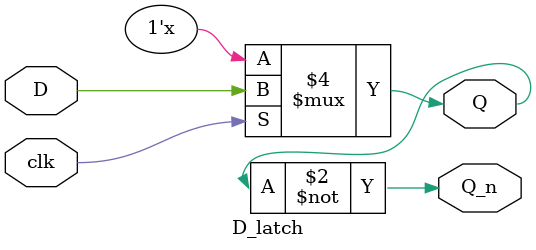
<source format=v>
module D_latch
(
input D,
input clk,
output reg Q,
output Q_n
);

always @(D, clk)
begin
//	Q = Q;
	if(clk)
	Q = D;
//	else
//	Q = Q;
// The commented lines can be uncommented for good coding style. Even without them, the synthesizer should still infer a latch
end
assign Q_n = ~Q;

endmodule

</source>
